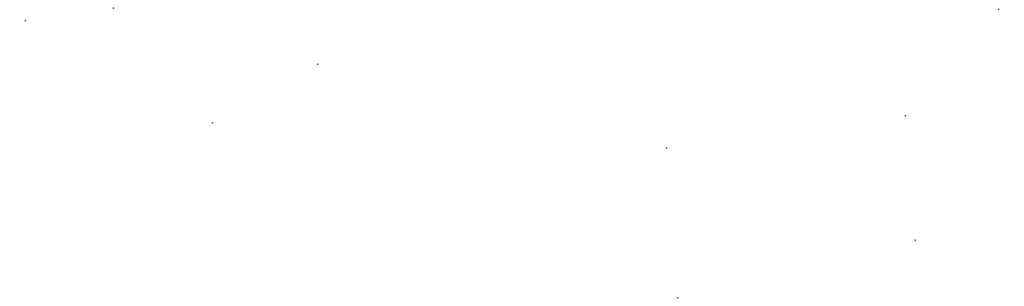
<source format=gbr>
%TF.GenerationSoftware,KiCad,Pcbnew,(5.1.10)-1*%
%TF.CreationDate,2021-06-29T19:18:25-07:00*%
%TF.ProjectId,HSC_Alice_plate,4853435f-416c-4696-9365-5f706c617465,rev?*%
%TF.SameCoordinates,Original*%
%TF.FileFunction,Copper,L2,Bot*%
%TF.FilePolarity,Positive*%
%FSLAX46Y46*%
G04 Gerber Fmt 4.6, Leading zero omitted, Abs format (unit mm)*
G04 Created by KiCad (PCBNEW (5.1.10)-1) date 2021-06-29 19:18:25*
%MOMM*%
%LPD*%
G01*
G04 APERTURE LIST*
%TA.AperFunction,ViaPad*%
%ADD10C,0.800000*%
%TD*%
G04 APERTURE END LIST*
D10*
%TO.N,*%
X17246600Y-85344000D03*
X60756800Y-60985400D03*
X204927200Y-95732600D03*
X209600800Y-157835600D03*
X307822600Y-134035800D03*
X303707800Y-82321400D03*
X342290400Y-38277800D03*
X-23774400Y-37744400D03*
X-60172600Y-42926000D03*
%TD*%
M02*

</source>
